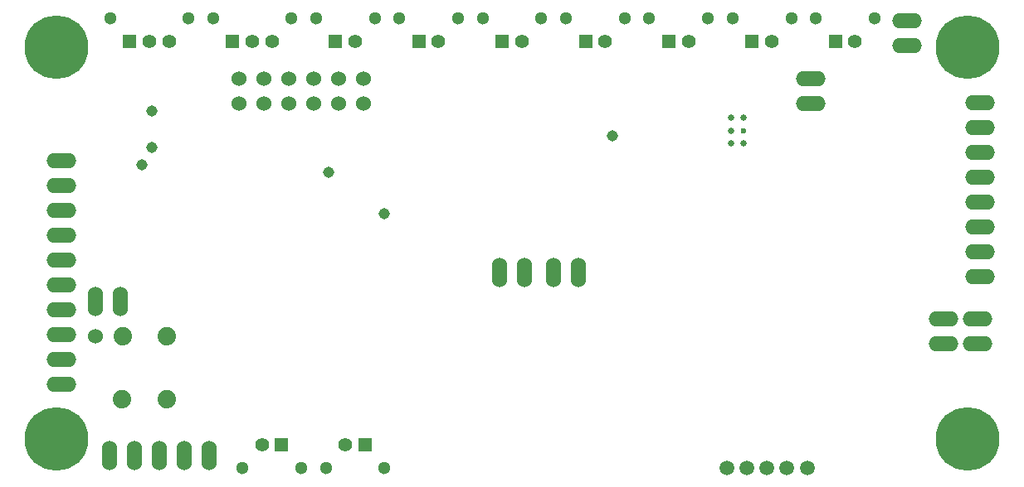
<source format=gbs>
G04 (created by PCBNEW (2013-07-07 BZR 4022)-stable) date 1/10/2014 4:16:43 PM*
%MOIN*%
G04 Gerber Fmt 3.4, Leading zero omitted, Abs format*
%FSLAX34Y34*%
G01*
G70*
G90*
G04 APERTURE LIST*
%ADD10C,0.00590551*%
%ADD11O,0.12X0.06*%
%ADD12R,0.0551181X0.0551181*%
%ADD13C,0.0511811*%
%ADD14C,0.0551181*%
%ADD15O,0.06X0.12*%
%ADD16C,0.06*%
%ADD17C,0.0590551*%
%ADD18C,0.255906*%
%ADD19C,0.023622*%
%ADD20C,0.0255906*%
%ADD21C,0.074*%
%ADD22C,0.045*%
G04 APERTURE END LIST*
G54D10*
G54D11*
X39566Y-12114D03*
X39566Y-11114D03*
G54D12*
X12204Y-9606D03*
G54D13*
X11417Y-8661D03*
G54D14*
X12992Y-9606D03*
X13779Y-9606D03*
G54D13*
X14566Y-8661D03*
G54D12*
X16338Y-9606D03*
G54D13*
X15551Y-8661D03*
G54D14*
X17125Y-9606D03*
X17913Y-9606D03*
G54D13*
X18700Y-8661D03*
X26377Y-8661D03*
G54D12*
X27165Y-9606D03*
G54D14*
X27952Y-9606D03*
G54D13*
X28740Y-8661D03*
X29724Y-8661D03*
G54D12*
X30511Y-9606D03*
G54D14*
X31299Y-9606D03*
G54D13*
X32086Y-8661D03*
X19685Y-8661D03*
G54D12*
X20472Y-9606D03*
G54D14*
X21259Y-9606D03*
G54D13*
X22047Y-8661D03*
X23031Y-8661D03*
G54D12*
X23818Y-9606D03*
G54D14*
X24606Y-9606D03*
G54D13*
X25393Y-8661D03*
X33070Y-8661D03*
G54D12*
X33858Y-9606D03*
G54D14*
X34645Y-9606D03*
G54D13*
X35433Y-8661D03*
X19094Y-26771D03*
G54D12*
X18307Y-25826D03*
G54D14*
X17519Y-25826D03*
G54D13*
X16732Y-26771D03*
X22440Y-26771D03*
G54D12*
X21653Y-25826D03*
G54D14*
X20866Y-25826D03*
G54D13*
X20078Y-26771D03*
G54D11*
X44881Y-21759D03*
X44881Y-20759D03*
X43425Y-8751D03*
X43425Y-9751D03*
G54D15*
X28059Y-18897D03*
X27059Y-18897D03*
X29224Y-18897D03*
X30224Y-18897D03*
G54D16*
X10826Y-21456D03*
G54D15*
X11818Y-20078D03*
X10818Y-20078D03*
G54D17*
X37007Y-26771D03*
X37795Y-26771D03*
X38582Y-26771D03*
X36181Y-26771D03*
X39409Y-26771D03*
G54D13*
X36417Y-8661D03*
G54D12*
X37204Y-9606D03*
G54D14*
X37992Y-9606D03*
G54D13*
X38779Y-8661D03*
X39763Y-8661D03*
G54D12*
X40551Y-9606D03*
G54D14*
X41338Y-9606D03*
G54D13*
X42125Y-8661D03*
G54D18*
X45866Y-9842D03*
X45866Y-25590D03*
X9251Y-9842D03*
X9251Y-25590D03*
G54D19*
X36870Y-13188D03*
G54D20*
X36358Y-13188D03*
X36870Y-13700D03*
X36358Y-13700D03*
X36358Y-12677D03*
X36870Y-12677D03*
G54D11*
X46259Y-21759D03*
X46259Y-20759D03*
G54D21*
X11905Y-24015D03*
X11910Y-21457D03*
X13685Y-24015D03*
X13680Y-21457D03*
G54D22*
X13090Y-12401D03*
X13090Y-13877D03*
X12696Y-14566D03*
X22440Y-16535D03*
X20177Y-14862D03*
X31594Y-13385D03*
G54D11*
X9448Y-23397D03*
X9448Y-22397D03*
X9448Y-21397D03*
X9448Y-20397D03*
X9448Y-19397D03*
X9448Y-18397D03*
X9448Y-17397D03*
X9448Y-16397D03*
X9448Y-15397D03*
X9448Y-14397D03*
G54D15*
X11385Y-26279D03*
X12385Y-26279D03*
X13385Y-26279D03*
X14385Y-26279D03*
X15385Y-26279D03*
G54D11*
X46358Y-12051D03*
X46358Y-13051D03*
X46358Y-14051D03*
X46358Y-15051D03*
X46358Y-16051D03*
X46358Y-17051D03*
X46358Y-18051D03*
X46358Y-19051D03*
G54D16*
X21594Y-11114D03*
X21594Y-12114D03*
X20594Y-11114D03*
X20594Y-12114D03*
X19594Y-11114D03*
X19594Y-12114D03*
X18594Y-11114D03*
X18594Y-12114D03*
X17594Y-11114D03*
X17594Y-12114D03*
X16594Y-11114D03*
X16594Y-12114D03*
M02*

</source>
